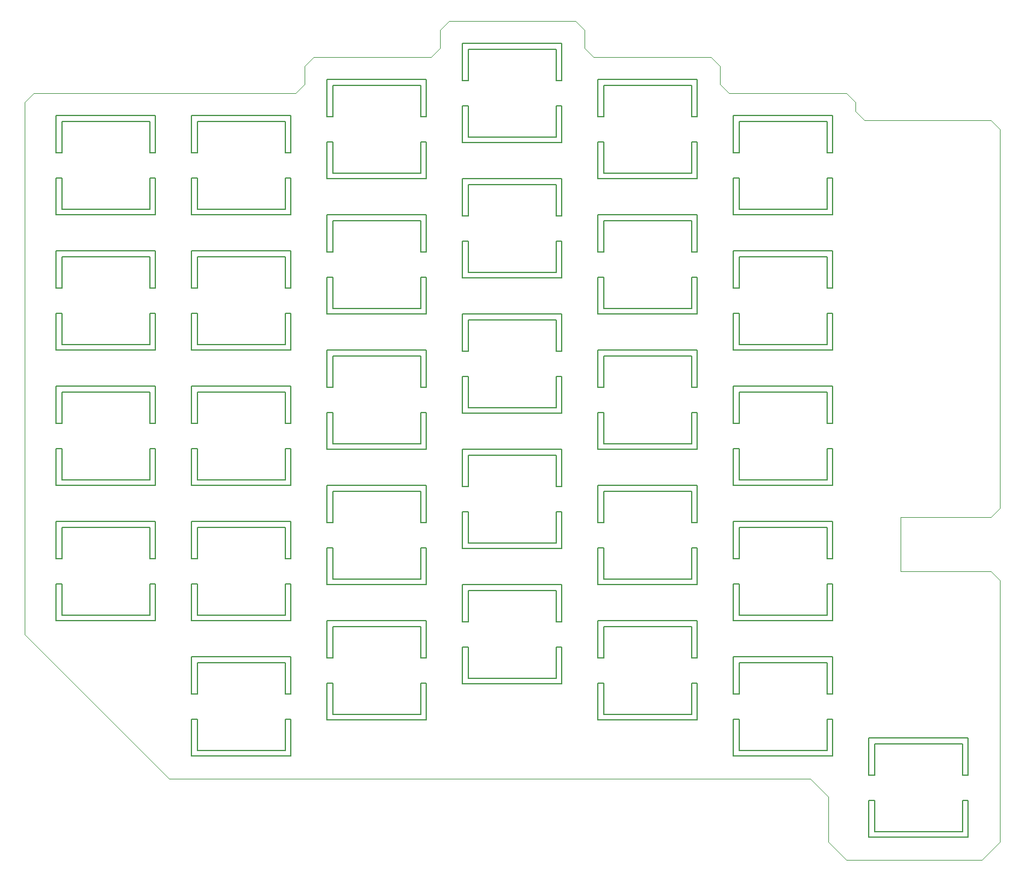
<source format=gbr>
%TF.GenerationSoftware,KiCad,Pcbnew,(5.1.9)-1*%
%TF.CreationDate,2021-03-27T16:34:22+07:00*%
%TF.ProjectId,LetsSplit256,4c657473-5370-46c6-9974-3235362e6b69,rev?*%
%TF.SameCoordinates,Original*%
%TF.FileFunction,Profile,NP*%
%FSLAX46Y46*%
G04 Gerber Fmt 4.6, Leading zero omitted, Abs format (unit mm)*
G04 Created by KiCad (PCBNEW (5.1.9)-1) date 2021-03-27 16:34:22*
%MOMM*%
%LPD*%
G01*
G04 APERTURE LIST*
%TA.AperFunction,Profile*%
%ADD10C,0.050000*%
%TD*%
%TA.AperFunction,Profile*%
%ADD11C,0.150000*%
%TD*%
G04 APERTURE END LIST*
D10*
X24130000Y-111760000D02*
X44450000Y-132080000D01*
X161290000Y-140970000D02*
X161290000Y-130810000D01*
X158750000Y-143510000D02*
X161290000Y-140970000D01*
X139700000Y-143510000D02*
X158750000Y-143510000D01*
X137160000Y-140970000D02*
X139700000Y-143510000D01*
X137160000Y-134620000D02*
X137160000Y-140970000D01*
X134620000Y-132080000D02*
X137160000Y-134620000D01*
X63500000Y-132080000D02*
X134620000Y-132080000D01*
X44450000Y-132080000D02*
X63500000Y-132080000D01*
X139700000Y-35560000D02*
X140970000Y-36830000D01*
X123190000Y-35560000D02*
X139700000Y-35560000D01*
X121920000Y-34290000D02*
X123190000Y-35560000D01*
X121920000Y-31750000D02*
X121920000Y-34290000D01*
X120650000Y-30480000D02*
X121920000Y-31750000D01*
X104140000Y-30480000D02*
X120650000Y-30480000D01*
X102870000Y-29210000D02*
X104140000Y-30480000D01*
X102870000Y-26670000D02*
X102870000Y-29210000D01*
X101600000Y-25400000D02*
X102870000Y-26670000D01*
X83820000Y-25400000D02*
X101600000Y-25400000D01*
X82550000Y-26670000D02*
X83820000Y-25400000D01*
X82550000Y-29210000D02*
X82550000Y-26670000D01*
X81280000Y-30480000D02*
X82550000Y-29210000D01*
X64770000Y-30480000D02*
X81280000Y-30480000D01*
X63500000Y-31750000D02*
X64770000Y-30480000D01*
X63500000Y-34290000D02*
X63500000Y-31750000D01*
X62230000Y-35560000D02*
X63500000Y-34290000D01*
X25400000Y-35560000D02*
X62230000Y-35560000D01*
X25400000Y-35560000D02*
X24130000Y-36830000D01*
X147320000Y-95250000D02*
X147320000Y-102870000D01*
X161290000Y-93980000D02*
X161290000Y-40640000D01*
X161290000Y-104140000D02*
X161290000Y-130810000D01*
X160020000Y-95250000D02*
X161290000Y-93980000D01*
X160020000Y-102870000D02*
X161290000Y-104140000D01*
X156210000Y-102870000D02*
X153670000Y-102870000D01*
X147320000Y-102870000D02*
X160020000Y-102870000D01*
X160020000Y-95250000D02*
X147320000Y-95250000D01*
X140970000Y-38100000D02*
X142240000Y-39370000D01*
X160020000Y-39370000D02*
X161290000Y-40640000D01*
X142240000Y-39370000D02*
X160020000Y-39370000D01*
X140970000Y-36830000D02*
X140970000Y-38100000D01*
D11*
X60810000Y-109070000D02*
X48410000Y-109070000D01*
D10*
X24130000Y-111760000D02*
X24130000Y-36830000D01*
D11*
X124610000Y-109070000D02*
X124610000Y-104670000D01*
X137010000Y-109070000D02*
X124610000Y-109070000D01*
X137810000Y-104870000D02*
X137810000Y-109870000D01*
X137810000Y-109870000D02*
X123810000Y-109870000D01*
X137810000Y-104870000D02*
X137810000Y-104670000D01*
X137810000Y-95870000D02*
X123810000Y-95870000D01*
X137010000Y-104670000D02*
X137010000Y-109070000D01*
X137810000Y-104670000D02*
X137010000Y-104670000D01*
X137010000Y-100870000D02*
X137010000Y-101070000D01*
X123810000Y-100870000D02*
X123810000Y-101070000D01*
X124610000Y-104670000D02*
X123810000Y-104670000D01*
X123810000Y-109870000D02*
X123810000Y-104870000D01*
X137010000Y-101070000D02*
X137810000Y-101070000D01*
X123810000Y-104670000D02*
X123810000Y-104870000D01*
X124610000Y-101070000D02*
X124610000Y-100870000D01*
X123810000Y-95870000D02*
X123810000Y-100870000D01*
X137810000Y-101070000D02*
X137810000Y-100870000D01*
X137010000Y-96670000D02*
X137010000Y-100870000D01*
X123810000Y-101070000D02*
X124610000Y-101070000D01*
X137810000Y-100870000D02*
X137810000Y-95870000D01*
X124610000Y-100870000D02*
X124610000Y-96670000D01*
X124610000Y-96670000D02*
X137010000Y-96670000D01*
X124610000Y-70970000D02*
X124610000Y-66570000D01*
X137010000Y-70970000D02*
X124610000Y-70970000D01*
X137810000Y-66770000D02*
X137810000Y-71770000D01*
X137810000Y-71770000D02*
X123810000Y-71770000D01*
X137810000Y-66770000D02*
X137810000Y-66570000D01*
X137810000Y-57770000D02*
X123810000Y-57770000D01*
X137010000Y-66570000D02*
X137010000Y-70970000D01*
X137810000Y-66570000D02*
X137010000Y-66570000D01*
X137010000Y-62770000D02*
X137010000Y-62970000D01*
X123810000Y-62770000D02*
X123810000Y-62970000D01*
X124610000Y-66570000D02*
X123810000Y-66570000D01*
X123810000Y-71770000D02*
X123810000Y-66770000D01*
X137010000Y-62970000D02*
X137810000Y-62970000D01*
X123810000Y-66570000D02*
X123810000Y-66770000D01*
X124610000Y-62970000D02*
X124610000Y-62770000D01*
X123810000Y-57770000D02*
X123810000Y-62770000D01*
X137810000Y-62970000D02*
X137810000Y-62770000D01*
X137010000Y-58570000D02*
X137010000Y-62770000D01*
X123810000Y-62970000D02*
X124610000Y-62970000D01*
X137810000Y-62770000D02*
X137810000Y-57770000D01*
X124610000Y-62770000D02*
X124610000Y-58570000D01*
X124610000Y-58570000D02*
X137010000Y-58570000D01*
X118760000Y-47640000D02*
X104760000Y-47640000D01*
X105560000Y-38840000D02*
X105560000Y-38640000D01*
X105560000Y-34440000D02*
X117960000Y-34440000D01*
X118760000Y-42640000D02*
X118760000Y-42440000D01*
X118760000Y-42440000D02*
X117960000Y-42440000D01*
X105560000Y-38640000D02*
X105560000Y-34440000D01*
X105560000Y-46840000D02*
X105560000Y-42440000D01*
X117960000Y-34440000D02*
X117960000Y-38640000D01*
X104760000Y-38840000D02*
X105560000Y-38840000D01*
X117960000Y-38640000D02*
X117960000Y-38840000D01*
X117960000Y-42440000D02*
X117960000Y-46840000D01*
X104760000Y-42440000D02*
X104760000Y-42640000D01*
X117960000Y-46840000D02*
X105560000Y-46840000D01*
X117960000Y-38840000D02*
X118760000Y-38840000D01*
X104760000Y-38640000D02*
X104760000Y-38840000D01*
X118760000Y-42640000D02*
X118760000Y-47640000D01*
X104760000Y-33640000D02*
X104760000Y-38640000D01*
X123810000Y-47520000D02*
X123810000Y-47720000D01*
X124610000Y-39520000D02*
X137010000Y-39520000D01*
X137010000Y-51920000D02*
X124610000Y-51920000D01*
X137010000Y-39520000D02*
X137010000Y-43720000D01*
X123810000Y-43920000D02*
X124610000Y-43920000D01*
X123810000Y-43720000D02*
X123810000Y-43920000D01*
X137010000Y-47520000D02*
X137010000Y-51920000D01*
X137010000Y-43720000D02*
X137010000Y-43920000D01*
X137810000Y-47720000D02*
X137810000Y-47520000D01*
X118760000Y-38640000D02*
X118760000Y-33640000D01*
X118760000Y-33640000D02*
X104760000Y-33640000D01*
X105560000Y-42440000D02*
X104760000Y-42440000D01*
X124610000Y-43720000D02*
X124610000Y-39520000D01*
X137810000Y-47720000D02*
X137810000Y-52720000D01*
X137810000Y-47520000D02*
X137010000Y-47520000D01*
X137810000Y-52720000D02*
X123810000Y-52720000D01*
X124610000Y-43920000D02*
X124610000Y-43720000D01*
X137010000Y-43920000D02*
X137810000Y-43920000D01*
X118760000Y-38840000D02*
X118760000Y-38640000D01*
X104760000Y-47640000D02*
X104760000Y-42640000D01*
X124610000Y-51920000D02*
X124610000Y-47520000D01*
X137810000Y-38720000D02*
X123810000Y-38720000D01*
X137810000Y-43920000D02*
X137810000Y-43720000D01*
X123810000Y-52720000D02*
X123810000Y-47720000D01*
X124610000Y-47520000D02*
X123810000Y-47520000D01*
X123810000Y-38720000D02*
X123810000Y-43720000D01*
X137810000Y-43720000D02*
X137810000Y-38720000D01*
X156860000Y-140350000D02*
X142860000Y-140350000D01*
X143660000Y-131550000D02*
X143660000Y-131350000D01*
X143660000Y-127150000D02*
X156060000Y-127150000D01*
X156860000Y-135350000D02*
X156860000Y-135150000D01*
X156860000Y-135150000D02*
X156060000Y-135150000D01*
X143660000Y-131350000D02*
X143660000Y-127150000D01*
X143660000Y-139550000D02*
X143660000Y-135150000D01*
X156060000Y-127150000D02*
X156060000Y-131350000D01*
X142860000Y-131550000D02*
X143660000Y-131550000D01*
X156060000Y-131350000D02*
X156060000Y-131550000D01*
X156060000Y-135150000D02*
X156060000Y-139550000D01*
X142860000Y-135150000D02*
X142860000Y-135350000D01*
X156060000Y-139550000D02*
X143660000Y-139550000D01*
X156060000Y-131550000D02*
X156860000Y-131550000D01*
X142860000Y-131350000D02*
X142860000Y-131550000D01*
X156860000Y-135350000D02*
X156860000Y-140350000D01*
X142860000Y-126350000D02*
X142860000Y-131350000D01*
X47610000Y-123720000D02*
X47610000Y-123920000D01*
X48410000Y-115720000D02*
X60810000Y-115720000D01*
X60810000Y-128120000D02*
X48410000Y-128120000D01*
X60810000Y-115720000D02*
X60810000Y-119920000D01*
X47610000Y-120120000D02*
X48410000Y-120120000D01*
X47610000Y-119920000D02*
X47610000Y-120120000D01*
X60810000Y-123720000D02*
X60810000Y-128120000D01*
X60810000Y-119920000D02*
X60810000Y-120120000D01*
X61610000Y-123920000D02*
X61610000Y-123720000D01*
X156860000Y-131350000D02*
X156860000Y-126350000D01*
X156860000Y-126350000D02*
X142860000Y-126350000D01*
X143660000Y-135150000D02*
X142860000Y-135150000D01*
X48410000Y-119920000D02*
X48410000Y-115720000D01*
X61610000Y-123920000D02*
X61610000Y-128920000D01*
X61610000Y-123720000D02*
X60810000Y-123720000D01*
X61610000Y-128920000D02*
X47610000Y-128920000D01*
X48410000Y-120120000D02*
X48410000Y-119920000D01*
X60810000Y-120120000D02*
X61610000Y-120120000D01*
X156860000Y-131550000D02*
X156860000Y-131350000D01*
X142860000Y-140350000D02*
X142860000Y-135350000D01*
X48410000Y-128120000D02*
X48410000Y-123720000D01*
X61610000Y-114920000D02*
X47610000Y-114920000D01*
X61610000Y-120120000D02*
X61610000Y-119920000D01*
X47610000Y-128920000D02*
X47610000Y-123920000D01*
X48410000Y-123720000D02*
X47610000Y-123720000D01*
X47610000Y-114920000D02*
X47610000Y-119920000D01*
X61610000Y-119920000D02*
X61610000Y-114920000D01*
X80660000Y-123840000D02*
X66660000Y-123840000D01*
X67460000Y-115040000D02*
X67460000Y-114840000D01*
X67460000Y-110640000D02*
X79860000Y-110640000D01*
X80660000Y-118840000D02*
X80660000Y-118640000D01*
X80660000Y-118640000D02*
X79860000Y-118640000D01*
X67460000Y-114840000D02*
X67460000Y-110640000D01*
X67460000Y-123040000D02*
X67460000Y-118640000D01*
X79860000Y-110640000D02*
X79860000Y-114840000D01*
X66660000Y-115040000D02*
X67460000Y-115040000D01*
X79860000Y-114840000D02*
X79860000Y-115040000D01*
X79860000Y-118640000D02*
X79860000Y-123040000D01*
X66660000Y-118640000D02*
X66660000Y-118840000D01*
X79860000Y-123040000D02*
X67460000Y-123040000D01*
X79860000Y-115040000D02*
X80660000Y-115040000D01*
X66660000Y-114840000D02*
X66660000Y-115040000D01*
X80660000Y-118840000D02*
X80660000Y-123840000D01*
X66660000Y-109840000D02*
X66660000Y-114840000D01*
X85710000Y-113560000D02*
X85710000Y-113760000D01*
X86510000Y-105560000D02*
X98910000Y-105560000D01*
X98910000Y-117960000D02*
X86510000Y-117960000D01*
X98910000Y-105560000D02*
X98910000Y-109760000D01*
X85710000Y-109960000D02*
X86510000Y-109960000D01*
X85710000Y-109760000D02*
X85710000Y-109960000D01*
X98910000Y-113560000D02*
X98910000Y-117960000D01*
X98910000Y-109760000D02*
X98910000Y-109960000D01*
X99710000Y-113760000D02*
X99710000Y-113560000D01*
X80660000Y-114840000D02*
X80660000Y-109840000D01*
X80660000Y-109840000D02*
X66660000Y-109840000D01*
X67460000Y-118640000D02*
X66660000Y-118640000D01*
X86510000Y-109760000D02*
X86510000Y-105560000D01*
X99710000Y-113760000D02*
X99710000Y-118760000D01*
X99710000Y-113560000D02*
X98910000Y-113560000D01*
X99710000Y-118760000D02*
X85710000Y-118760000D01*
X86510000Y-109960000D02*
X86510000Y-109760000D01*
X98910000Y-109960000D02*
X99710000Y-109960000D01*
X80660000Y-115040000D02*
X80660000Y-114840000D01*
X66660000Y-123840000D02*
X66660000Y-118840000D01*
X86510000Y-117960000D02*
X86510000Y-113560000D01*
X99710000Y-104760000D02*
X85710000Y-104760000D01*
X99710000Y-109960000D02*
X99710000Y-109760000D01*
X85710000Y-118760000D02*
X85710000Y-113760000D01*
X86510000Y-113560000D02*
X85710000Y-113560000D01*
X85710000Y-104760000D02*
X85710000Y-109760000D01*
X99710000Y-109760000D02*
X99710000Y-104760000D01*
X61610000Y-109870000D02*
X47610000Y-109870000D01*
X61610000Y-104670000D02*
X60810000Y-104670000D01*
X48410000Y-104670000D02*
X47610000Y-104670000D01*
X61610000Y-101070000D02*
X61610000Y-100870000D01*
X47610000Y-100870000D02*
X47610000Y-101070000D01*
X47610000Y-109870000D02*
X47610000Y-104870000D01*
X60810000Y-104670000D02*
X60810000Y-109070000D01*
X48410000Y-96670000D02*
X60810000Y-96670000D01*
X61610000Y-104870000D02*
X61610000Y-104670000D01*
X28560000Y-101070000D02*
X29360000Y-101070000D01*
X28560000Y-104670000D02*
X28560000Y-104870000D01*
X28560000Y-100870000D02*
X28560000Y-101070000D01*
X41760000Y-100870000D02*
X41760000Y-101070000D01*
X42560000Y-101070000D02*
X42560000Y-100870000D01*
X41760000Y-96670000D02*
X41760000Y-100870000D01*
X42560000Y-100870000D02*
X42560000Y-95870000D01*
X29360000Y-101070000D02*
X29360000Y-100870000D01*
X41760000Y-101070000D02*
X42560000Y-101070000D01*
X42560000Y-104670000D02*
X41760000Y-104670000D01*
X29360000Y-109070000D02*
X29360000Y-104670000D01*
X41760000Y-104670000D02*
X41760000Y-109070000D01*
X42560000Y-104870000D02*
X42560000Y-104670000D01*
X29360000Y-96670000D02*
X41760000Y-96670000D01*
X28560000Y-95870000D02*
X28560000Y-100870000D01*
X42560000Y-109870000D02*
X28560000Y-109870000D01*
X42560000Y-104870000D02*
X42560000Y-109870000D01*
X41760000Y-109070000D02*
X29360000Y-109070000D01*
X29360000Y-100870000D02*
X29360000Y-96670000D01*
X42560000Y-95870000D02*
X28560000Y-95870000D01*
X85710000Y-90710000D02*
X85710000Y-90910000D01*
X67460000Y-95990000D02*
X67460000Y-95790000D01*
X60810000Y-96670000D02*
X60810000Y-100870000D01*
X61610000Y-100870000D02*
X61610000Y-95870000D01*
X47610000Y-104670000D02*
X47610000Y-104870000D01*
X61610000Y-95870000D02*
X47610000Y-95870000D01*
X60810000Y-101070000D02*
X61610000Y-101070000D01*
X60810000Y-100870000D02*
X60810000Y-101070000D01*
X47610000Y-101070000D02*
X48410000Y-101070000D01*
X99710000Y-94710000D02*
X99710000Y-99710000D01*
X86510000Y-98910000D02*
X86510000Y-94510000D01*
X48410000Y-101070000D02*
X48410000Y-100870000D01*
X85710000Y-94510000D02*
X85710000Y-94710000D01*
X47610000Y-95870000D02*
X47610000Y-100870000D01*
X105560000Y-103990000D02*
X105560000Y-99590000D01*
X117960000Y-103990000D02*
X105560000Y-103990000D01*
X118760000Y-99790000D02*
X118760000Y-104790000D01*
X118760000Y-104790000D02*
X104760000Y-104790000D01*
X118760000Y-99790000D02*
X118760000Y-99590000D01*
X118760000Y-90790000D02*
X104760000Y-90790000D01*
X117960000Y-99590000D02*
X117960000Y-103990000D01*
X118760000Y-99590000D02*
X117960000Y-99590000D01*
X117960000Y-95790000D02*
X117960000Y-95990000D01*
X104760000Y-95790000D02*
X104760000Y-95990000D01*
X67460000Y-103990000D02*
X67460000Y-99590000D01*
X105560000Y-99590000D02*
X104760000Y-99590000D01*
X104760000Y-104790000D02*
X104760000Y-99790000D01*
X117960000Y-95990000D02*
X118760000Y-95990000D01*
X104760000Y-99590000D02*
X104760000Y-99790000D01*
X67460000Y-95790000D02*
X67460000Y-91590000D01*
X86510000Y-90710000D02*
X86510000Y-86510000D01*
X105560000Y-95990000D02*
X105560000Y-95790000D01*
X85710000Y-90910000D02*
X86510000Y-90910000D01*
X104760000Y-90790000D02*
X104760000Y-95790000D01*
X118760000Y-95990000D02*
X118760000Y-95790000D01*
X117960000Y-91590000D02*
X117960000Y-95790000D01*
X104760000Y-95990000D02*
X105560000Y-95990000D01*
X118760000Y-95790000D02*
X118760000Y-90790000D01*
X105560000Y-95790000D02*
X105560000Y-91590000D01*
X105560000Y-91590000D02*
X117960000Y-91590000D01*
X99710000Y-99710000D02*
X85710000Y-99710000D01*
X86510000Y-86510000D02*
X98910000Y-86510000D01*
X67460000Y-99590000D02*
X66660000Y-99590000D01*
X66660000Y-90790000D02*
X66660000Y-95790000D01*
X99710000Y-94510000D02*
X98910000Y-94510000D01*
X98910000Y-94510000D02*
X98910000Y-98910000D01*
X98910000Y-98910000D02*
X86510000Y-98910000D01*
X66660000Y-95990000D02*
X67460000Y-95990000D01*
X79860000Y-95990000D02*
X80660000Y-95990000D01*
X86510000Y-90910000D02*
X86510000Y-90710000D01*
X98910000Y-90910000D02*
X99710000Y-90910000D01*
X98910000Y-90710000D02*
X98910000Y-90910000D01*
X80660000Y-95990000D02*
X80660000Y-95790000D01*
X67460000Y-91590000D02*
X79860000Y-91590000D01*
X99710000Y-94710000D02*
X99710000Y-94510000D01*
X48410000Y-100870000D02*
X48410000Y-96670000D01*
X79860000Y-99590000D02*
X79860000Y-103990000D01*
X66660000Y-104790000D02*
X66660000Y-99790000D01*
X80660000Y-99590000D02*
X79860000Y-99590000D01*
X80660000Y-104790000D02*
X66660000Y-104790000D01*
X99710000Y-85710000D02*
X85710000Y-85710000D01*
X85710000Y-99710000D02*
X85710000Y-94710000D01*
X48410000Y-109070000D02*
X48410000Y-104670000D01*
X86510000Y-94510000D02*
X85710000Y-94510000D01*
X99710000Y-90910000D02*
X99710000Y-90710000D01*
X66660000Y-99590000D02*
X66660000Y-99790000D01*
X80660000Y-90790000D02*
X66660000Y-90790000D01*
X61610000Y-104870000D02*
X61610000Y-109870000D01*
X98910000Y-86510000D02*
X98910000Y-90710000D01*
X85710000Y-85710000D02*
X85710000Y-90710000D01*
X66660000Y-95790000D02*
X66660000Y-95990000D01*
X99710000Y-90710000D02*
X99710000Y-85710000D01*
X80660000Y-95790000D02*
X80660000Y-90790000D01*
X79860000Y-91590000D02*
X79860000Y-95790000D01*
X79860000Y-95790000D02*
X79860000Y-95990000D01*
X80660000Y-99790000D02*
X80660000Y-99590000D01*
X80660000Y-99790000D02*
X80660000Y-104790000D01*
X79860000Y-103990000D02*
X67460000Y-103990000D01*
X28560000Y-109870000D02*
X28560000Y-104870000D01*
X29360000Y-104670000D02*
X28560000Y-104670000D01*
X80660000Y-85740000D02*
X66660000Y-85740000D01*
X79860000Y-84940000D02*
X67460000Y-84940000D01*
X80660000Y-80540000D02*
X79860000Y-80540000D01*
X67460000Y-80540000D02*
X66660000Y-80540000D01*
X80660000Y-76940000D02*
X80660000Y-76740000D01*
X66660000Y-76740000D02*
X66660000Y-76940000D01*
X66660000Y-85740000D02*
X66660000Y-80740000D01*
X79860000Y-80540000D02*
X79860000Y-84940000D01*
X67460000Y-72540000D02*
X79860000Y-72540000D01*
X80660000Y-80740000D02*
X80660000Y-80540000D01*
X47610000Y-82020000D02*
X48410000Y-82020000D01*
X47610000Y-85620000D02*
X47610000Y-85820000D01*
X47610000Y-81820000D02*
X47610000Y-82020000D01*
X60810000Y-81820000D02*
X60810000Y-82020000D01*
X61610000Y-82020000D02*
X61610000Y-81820000D01*
X60810000Y-77620000D02*
X60810000Y-81820000D01*
X61610000Y-81820000D02*
X61610000Y-76820000D01*
X48410000Y-82020000D02*
X48410000Y-81820000D01*
X60810000Y-82020000D02*
X61610000Y-82020000D01*
X61610000Y-85620000D02*
X60810000Y-85620000D01*
X48410000Y-90020000D02*
X48410000Y-85620000D01*
X60810000Y-85620000D02*
X60810000Y-90020000D01*
X61610000Y-85820000D02*
X61610000Y-85620000D01*
X48410000Y-77620000D02*
X60810000Y-77620000D01*
X47610000Y-76820000D02*
X47610000Y-81820000D01*
X61610000Y-90820000D02*
X47610000Y-90820000D01*
X61610000Y-85820000D02*
X61610000Y-90820000D01*
X60810000Y-90020000D02*
X48410000Y-90020000D01*
X48410000Y-81820000D02*
X48410000Y-77620000D01*
X61610000Y-76820000D02*
X47610000Y-76820000D01*
X104760000Y-76740000D02*
X104760000Y-76940000D01*
X86510000Y-71860000D02*
X86510000Y-71660000D01*
X79860000Y-72540000D02*
X79860000Y-76740000D01*
X80660000Y-76740000D02*
X80660000Y-71740000D01*
X66660000Y-80540000D02*
X66660000Y-80740000D01*
X80660000Y-71740000D02*
X66660000Y-71740000D01*
X79860000Y-76940000D02*
X80660000Y-76940000D01*
X79860000Y-76740000D02*
X79860000Y-76940000D01*
X66660000Y-76940000D02*
X67460000Y-76940000D01*
X118760000Y-80740000D02*
X118760000Y-85740000D01*
X105560000Y-84940000D02*
X105560000Y-80540000D01*
X67460000Y-76940000D02*
X67460000Y-76740000D01*
X104760000Y-80540000D02*
X104760000Y-80740000D01*
X66660000Y-71740000D02*
X66660000Y-76740000D01*
X124610000Y-90020000D02*
X124610000Y-85620000D01*
X137010000Y-90020000D02*
X124610000Y-90020000D01*
X137810000Y-85820000D02*
X137810000Y-90820000D01*
X137810000Y-90820000D02*
X123810000Y-90820000D01*
X137810000Y-85820000D02*
X137810000Y-85620000D01*
X137810000Y-76820000D02*
X123810000Y-76820000D01*
X137010000Y-85620000D02*
X137010000Y-90020000D01*
X137810000Y-85620000D02*
X137010000Y-85620000D01*
X137010000Y-81820000D02*
X137010000Y-82020000D01*
X123810000Y-81820000D02*
X123810000Y-82020000D01*
X86510000Y-79860000D02*
X86510000Y-75460000D01*
X124610000Y-85620000D02*
X123810000Y-85620000D01*
X123810000Y-90820000D02*
X123810000Y-85820000D01*
X137010000Y-82020000D02*
X137810000Y-82020000D01*
X123810000Y-85620000D02*
X123810000Y-85820000D01*
X86510000Y-71660000D02*
X86510000Y-67460000D01*
X105560000Y-76740000D02*
X105560000Y-72540000D01*
X124610000Y-82020000D02*
X124610000Y-81820000D01*
X104760000Y-76940000D02*
X105560000Y-76940000D01*
X123810000Y-76820000D02*
X123810000Y-81820000D01*
X137810000Y-82020000D02*
X137810000Y-81820000D01*
X137010000Y-77620000D02*
X137010000Y-81820000D01*
X123810000Y-82020000D02*
X124610000Y-82020000D01*
X137810000Y-81820000D02*
X137810000Y-76820000D01*
X124610000Y-81820000D02*
X124610000Y-77620000D01*
X124610000Y-77620000D02*
X137010000Y-77620000D01*
X118760000Y-85740000D02*
X104760000Y-85740000D01*
X105560000Y-72540000D02*
X117960000Y-72540000D01*
X86510000Y-75460000D02*
X85710000Y-75460000D01*
X85710000Y-66660000D02*
X85710000Y-71660000D01*
X118760000Y-80540000D02*
X117960000Y-80540000D01*
X117960000Y-80540000D02*
X117960000Y-84940000D01*
X117960000Y-84940000D02*
X105560000Y-84940000D01*
X85710000Y-71860000D02*
X86510000Y-71860000D01*
X98910000Y-71860000D02*
X99710000Y-71860000D01*
X105560000Y-76940000D02*
X105560000Y-76740000D01*
X117960000Y-76940000D02*
X118760000Y-76940000D01*
X117960000Y-76740000D02*
X117960000Y-76940000D01*
X99710000Y-71860000D02*
X99710000Y-71660000D01*
X86510000Y-67460000D02*
X98910000Y-67460000D01*
X118760000Y-80740000D02*
X118760000Y-80540000D01*
X67460000Y-76740000D02*
X67460000Y-72540000D01*
X98910000Y-75460000D02*
X98910000Y-79860000D01*
X85710000Y-80660000D02*
X85710000Y-75660000D01*
X99710000Y-75460000D02*
X98910000Y-75460000D01*
X99710000Y-80660000D02*
X85710000Y-80660000D01*
X118760000Y-71740000D02*
X104760000Y-71740000D01*
X104760000Y-85740000D02*
X104760000Y-80740000D01*
X67460000Y-84940000D02*
X67460000Y-80540000D01*
X105560000Y-80540000D02*
X104760000Y-80540000D01*
X118760000Y-76940000D02*
X118760000Y-76740000D01*
X85710000Y-75460000D02*
X85710000Y-75660000D01*
X99710000Y-66660000D02*
X85710000Y-66660000D01*
X80660000Y-80740000D02*
X80660000Y-85740000D01*
X117960000Y-72540000D02*
X117960000Y-76740000D01*
X104760000Y-71740000D02*
X104760000Y-76740000D01*
X85710000Y-71660000D02*
X85710000Y-71860000D01*
X118760000Y-76740000D02*
X118760000Y-71740000D01*
X99710000Y-71660000D02*
X99710000Y-66660000D01*
X98910000Y-67460000D02*
X98910000Y-71660000D01*
X98910000Y-71660000D02*
X98910000Y-71860000D01*
X99710000Y-75660000D02*
X99710000Y-75460000D01*
X99710000Y-75660000D02*
X99710000Y-80660000D01*
X98910000Y-79860000D02*
X86510000Y-79860000D01*
X47610000Y-90820000D02*
X47610000Y-85820000D01*
X48410000Y-85620000D02*
X47610000Y-85620000D01*
X117960000Y-57890000D02*
X118760000Y-57890000D01*
X118760000Y-61690000D02*
X118760000Y-61490000D01*
X104760000Y-52690000D02*
X104760000Y-57690000D01*
X117960000Y-61490000D02*
X117960000Y-65890000D01*
X117960000Y-53490000D02*
X117960000Y-57690000D01*
X118760000Y-61490000D02*
X117960000Y-61490000D01*
X105560000Y-61490000D02*
X104760000Y-61490000D01*
X117960000Y-65890000D02*
X105560000Y-65890000D01*
X105560000Y-57690000D02*
X105560000Y-53490000D01*
X104760000Y-66690000D02*
X104760000Y-61690000D01*
X105560000Y-53490000D02*
X117960000Y-53490000D01*
X117960000Y-57690000D02*
X117960000Y-57890000D01*
X104760000Y-57890000D02*
X105560000Y-57890000D01*
X118760000Y-52690000D02*
X104760000Y-52690000D01*
X118760000Y-61690000D02*
X118760000Y-66690000D01*
X105560000Y-65890000D02*
X105560000Y-61490000D01*
X118760000Y-66690000D02*
X104760000Y-66690000D01*
X104760000Y-61490000D02*
X104760000Y-61690000D01*
X118760000Y-57690000D02*
X118760000Y-52690000D01*
X104760000Y-57690000D02*
X104760000Y-57890000D01*
X105560000Y-57890000D02*
X105560000Y-57690000D01*
X118760000Y-57890000D02*
X118760000Y-57690000D01*
X86510000Y-52610000D02*
X86510000Y-48410000D01*
X67460000Y-65890000D02*
X67460000Y-61490000D01*
X85710000Y-52810000D02*
X86510000Y-52810000D01*
X67460000Y-57690000D02*
X67460000Y-53490000D01*
X99710000Y-61610000D02*
X85710000Y-61610000D01*
X86510000Y-48410000D02*
X98910000Y-48410000D01*
X67460000Y-61490000D02*
X66660000Y-61490000D01*
X98910000Y-56410000D02*
X98910000Y-60810000D01*
X98910000Y-60810000D02*
X86510000Y-60810000D01*
X86510000Y-52810000D02*
X86510000Y-52610000D01*
X80660000Y-57890000D02*
X80660000Y-57690000D01*
X98910000Y-52610000D02*
X98910000Y-52810000D01*
X79860000Y-57890000D02*
X80660000Y-57890000D01*
X98910000Y-52810000D02*
X99710000Y-52810000D01*
X66660000Y-52690000D02*
X66660000Y-57690000D01*
X99710000Y-56610000D02*
X99710000Y-56410000D01*
X66660000Y-57890000D02*
X67460000Y-57890000D01*
X99710000Y-56410000D02*
X98910000Y-56410000D01*
X67460000Y-53490000D02*
X79860000Y-53490000D01*
X98910000Y-48410000D02*
X98910000Y-52610000D01*
X85710000Y-47610000D02*
X85710000Y-52610000D01*
X79860000Y-65890000D02*
X67460000Y-65890000D01*
X66660000Y-57690000D02*
X66660000Y-57890000D01*
X99710000Y-52610000D02*
X99710000Y-47610000D01*
X48410000Y-62770000D02*
X48410000Y-58570000D01*
X99710000Y-52810000D02*
X99710000Y-52610000D01*
X99710000Y-47610000D02*
X85710000Y-47610000D01*
X85710000Y-61610000D02*
X85710000Y-56610000D01*
X79860000Y-61490000D02*
X79860000Y-65890000D01*
X80660000Y-57690000D02*
X80660000Y-52690000D01*
X79860000Y-53490000D02*
X79860000Y-57690000D01*
X80660000Y-61490000D02*
X79860000Y-61490000D01*
X80660000Y-52690000D02*
X66660000Y-52690000D01*
X66660000Y-66690000D02*
X66660000Y-61690000D01*
X48410000Y-70970000D02*
X48410000Y-66570000D01*
X86510000Y-56410000D02*
X85710000Y-56410000D01*
X80660000Y-66690000D02*
X66660000Y-66690000D01*
X80660000Y-61690000D02*
X80660000Y-61490000D01*
X80660000Y-61690000D02*
X80660000Y-66690000D01*
X79860000Y-57690000D02*
X79860000Y-57890000D01*
X61610000Y-66770000D02*
X61610000Y-71770000D01*
X66660000Y-61490000D02*
X66660000Y-61690000D01*
X85710000Y-52610000D02*
X85710000Y-52810000D01*
X67460000Y-57890000D02*
X67460000Y-57690000D01*
X99710000Y-56610000D02*
X99710000Y-61610000D01*
X86510000Y-60810000D02*
X86510000Y-56410000D01*
X85710000Y-56410000D02*
X85710000Y-56610000D01*
X60810000Y-62770000D02*
X60810000Y-62970000D01*
X60810000Y-58570000D02*
X60810000Y-62770000D01*
X47610000Y-57770000D02*
X47610000Y-62770000D01*
X61610000Y-57770000D02*
X47610000Y-57770000D01*
X47610000Y-66570000D02*
X47610000Y-66770000D01*
X48410000Y-62970000D02*
X48410000Y-62770000D01*
X60810000Y-62970000D02*
X61610000Y-62970000D01*
X61610000Y-62770000D02*
X61610000Y-57770000D01*
X47610000Y-62970000D02*
X48410000Y-62970000D01*
X61610000Y-71770000D02*
X47610000Y-71770000D01*
X60810000Y-70970000D02*
X48410000Y-70970000D01*
X61610000Y-66570000D02*
X60810000Y-66570000D01*
X48410000Y-66570000D02*
X47610000Y-66570000D01*
X61610000Y-62970000D02*
X61610000Y-62770000D01*
X47610000Y-62770000D02*
X47610000Y-62970000D01*
X47610000Y-71770000D02*
X47610000Y-66770000D01*
X60810000Y-66570000D02*
X60810000Y-70970000D01*
X48410000Y-58570000D02*
X60810000Y-58570000D01*
X61610000Y-66770000D02*
X61610000Y-66570000D01*
X99710000Y-37560000D02*
X99710000Y-42560000D01*
X86510000Y-41760000D02*
X86510000Y-37360000D01*
X86510000Y-33560000D02*
X86510000Y-29360000D01*
X85710000Y-33760000D02*
X86510000Y-33760000D01*
X99710000Y-42560000D02*
X85710000Y-42560000D01*
X85710000Y-37360000D02*
X85710000Y-37560000D01*
X85710000Y-33560000D02*
X85710000Y-33760000D01*
X98910000Y-37360000D02*
X98910000Y-41760000D01*
X86510000Y-33760000D02*
X86510000Y-33560000D01*
X86510000Y-29360000D02*
X98910000Y-29360000D01*
X98910000Y-33560000D02*
X98910000Y-33760000D01*
X98910000Y-33760000D02*
X99710000Y-33760000D01*
X98910000Y-41760000D02*
X86510000Y-41760000D01*
X99710000Y-37560000D02*
X99710000Y-37360000D01*
X98910000Y-29360000D02*
X98910000Y-33560000D01*
X99710000Y-37360000D02*
X98910000Y-37360000D01*
X85710000Y-28560000D02*
X85710000Y-33560000D01*
X99710000Y-33560000D02*
X99710000Y-28560000D01*
X99710000Y-33760000D02*
X99710000Y-33560000D01*
X99710000Y-28560000D02*
X85710000Y-28560000D01*
X85710000Y-42560000D02*
X85710000Y-37560000D01*
X86510000Y-37360000D02*
X85710000Y-37360000D01*
X42560000Y-85820000D02*
X42560000Y-90820000D01*
X29360000Y-90020000D02*
X29360000Y-85620000D01*
X29360000Y-81820000D02*
X29360000Y-77620000D01*
X28560000Y-82020000D02*
X29360000Y-82020000D01*
X42560000Y-90820000D02*
X28560000Y-90820000D01*
X28560000Y-85620000D02*
X28560000Y-85820000D01*
X28560000Y-81820000D02*
X28560000Y-82020000D01*
X41760000Y-85620000D02*
X41760000Y-90020000D01*
X29360000Y-82020000D02*
X29360000Y-81820000D01*
X29360000Y-77620000D02*
X41760000Y-77620000D01*
X41760000Y-81820000D02*
X41760000Y-82020000D01*
X41760000Y-82020000D02*
X42560000Y-82020000D01*
X41760000Y-90020000D02*
X29360000Y-90020000D01*
X42560000Y-85820000D02*
X42560000Y-85620000D01*
X41760000Y-77620000D02*
X41760000Y-81820000D01*
X42560000Y-85620000D02*
X41760000Y-85620000D01*
X28560000Y-76820000D02*
X28560000Y-81820000D01*
X42560000Y-81820000D02*
X42560000Y-76820000D01*
X42560000Y-82020000D02*
X42560000Y-81820000D01*
X42560000Y-76820000D02*
X28560000Y-76820000D01*
X28560000Y-90820000D02*
X28560000Y-85820000D01*
X29360000Y-85620000D02*
X28560000Y-85620000D01*
X42560000Y-66770000D02*
X42560000Y-71770000D01*
X29360000Y-70970000D02*
X29360000Y-66570000D01*
X29360000Y-62770000D02*
X29360000Y-58570000D01*
X28560000Y-62970000D02*
X29360000Y-62970000D01*
X42560000Y-71770000D02*
X28560000Y-71770000D01*
X28560000Y-66570000D02*
X28560000Y-66770000D01*
X28560000Y-62770000D02*
X28560000Y-62970000D01*
X41760000Y-66570000D02*
X41760000Y-70970000D01*
X29360000Y-62970000D02*
X29360000Y-62770000D01*
X29360000Y-58570000D02*
X41760000Y-58570000D01*
X41760000Y-62770000D02*
X41760000Y-62970000D01*
X41760000Y-62970000D02*
X42560000Y-62970000D01*
X41760000Y-70970000D02*
X29360000Y-70970000D01*
X42560000Y-66770000D02*
X42560000Y-66570000D01*
X41760000Y-58570000D02*
X41760000Y-62770000D01*
X42560000Y-66570000D02*
X41760000Y-66570000D01*
X28560000Y-57770000D02*
X28560000Y-62770000D01*
X42560000Y-62770000D02*
X42560000Y-57770000D01*
X42560000Y-62970000D02*
X42560000Y-62770000D01*
X42560000Y-57770000D02*
X28560000Y-57770000D01*
X28560000Y-71770000D02*
X28560000Y-66770000D01*
X29360000Y-66570000D02*
X28560000Y-66570000D01*
X80660000Y-42640000D02*
X80660000Y-47640000D01*
X67460000Y-46840000D02*
X67460000Y-42440000D01*
X67460000Y-38640000D02*
X67460000Y-34440000D01*
X66660000Y-38840000D02*
X67460000Y-38840000D01*
X80660000Y-47640000D02*
X66660000Y-47640000D01*
X66660000Y-42440000D02*
X66660000Y-42640000D01*
X66660000Y-38640000D02*
X66660000Y-38840000D01*
X79860000Y-42440000D02*
X79860000Y-46840000D01*
X67460000Y-38840000D02*
X67460000Y-38640000D01*
X67460000Y-34440000D02*
X79860000Y-34440000D01*
X79860000Y-38640000D02*
X79860000Y-38840000D01*
X79860000Y-38840000D02*
X80660000Y-38840000D01*
X79860000Y-46840000D02*
X67460000Y-46840000D01*
X80660000Y-42640000D02*
X80660000Y-42440000D01*
X79860000Y-34440000D02*
X79860000Y-38640000D01*
X80660000Y-42440000D02*
X79860000Y-42440000D01*
X66660000Y-33640000D02*
X66660000Y-38640000D01*
X80660000Y-38640000D02*
X80660000Y-33640000D01*
X80660000Y-38840000D02*
X80660000Y-38640000D01*
X80660000Y-33640000D02*
X66660000Y-33640000D01*
X66660000Y-47640000D02*
X66660000Y-42640000D01*
X67460000Y-42440000D02*
X66660000Y-42440000D01*
X61610000Y-47720000D02*
X61610000Y-52720000D01*
X48410000Y-51920000D02*
X48410000Y-47520000D01*
X48410000Y-43720000D02*
X48410000Y-39520000D01*
X47610000Y-43920000D02*
X48410000Y-43920000D01*
X61610000Y-52720000D02*
X47610000Y-52720000D01*
X47610000Y-47520000D02*
X47610000Y-47720000D01*
X47610000Y-43720000D02*
X47610000Y-43920000D01*
X60810000Y-47520000D02*
X60810000Y-51920000D01*
X48410000Y-43920000D02*
X48410000Y-43720000D01*
X48410000Y-39520000D02*
X60810000Y-39520000D01*
X60810000Y-43720000D02*
X60810000Y-43920000D01*
X60810000Y-43920000D02*
X61610000Y-43920000D01*
X60810000Y-51920000D02*
X48410000Y-51920000D01*
X61610000Y-47720000D02*
X61610000Y-47520000D01*
X60810000Y-39520000D02*
X60810000Y-43720000D01*
X61610000Y-47520000D02*
X60810000Y-47520000D01*
X47610000Y-38720000D02*
X47610000Y-43720000D01*
X61610000Y-43720000D02*
X61610000Y-38720000D01*
X61610000Y-43920000D02*
X61610000Y-43720000D01*
X61610000Y-38720000D02*
X47610000Y-38720000D01*
X47610000Y-52720000D02*
X47610000Y-47720000D01*
X48410000Y-47520000D02*
X47610000Y-47520000D01*
X42560000Y-47720000D02*
X42560000Y-52720000D01*
X29360000Y-51920000D02*
X29360000Y-47520000D01*
X29360000Y-43720000D02*
X29360000Y-39520000D01*
X28560000Y-43920000D02*
X29360000Y-43920000D01*
X42560000Y-52720000D02*
X28560000Y-52720000D01*
X28560000Y-47520000D02*
X28560000Y-47720000D01*
X28560000Y-43720000D02*
X28560000Y-43920000D01*
X41760000Y-47520000D02*
X41760000Y-51920000D01*
X29360000Y-43920000D02*
X29360000Y-43720000D01*
X29360000Y-39520000D02*
X41760000Y-39520000D01*
X41760000Y-43720000D02*
X41760000Y-43920000D01*
X41760000Y-43920000D02*
X42560000Y-43920000D01*
X41760000Y-51920000D02*
X29360000Y-51920000D01*
X42560000Y-47720000D02*
X42560000Y-47520000D01*
X41760000Y-39520000D02*
X41760000Y-43720000D01*
X42560000Y-47520000D02*
X41760000Y-47520000D01*
X28560000Y-38720000D02*
X28560000Y-43720000D01*
X42560000Y-43720000D02*
X42560000Y-38720000D01*
X42560000Y-43920000D02*
X42560000Y-43720000D01*
X42560000Y-38720000D02*
X28560000Y-38720000D01*
X28560000Y-52720000D02*
X28560000Y-47720000D01*
X29360000Y-47520000D02*
X28560000Y-47520000D01*
X118760000Y-118840000D02*
X118760000Y-123840000D01*
X105560000Y-123040000D02*
X105560000Y-118640000D01*
X105560000Y-114840000D02*
X105560000Y-110640000D01*
X104760000Y-115040000D02*
X105560000Y-115040000D01*
X118760000Y-123840000D02*
X104760000Y-123840000D01*
X104760000Y-118640000D02*
X104760000Y-118840000D01*
X104760000Y-114840000D02*
X104760000Y-115040000D01*
X117960000Y-118640000D02*
X117960000Y-123040000D01*
X105560000Y-115040000D02*
X105560000Y-114840000D01*
X105560000Y-110640000D02*
X117960000Y-110640000D01*
X117960000Y-114840000D02*
X117960000Y-115040000D01*
X117960000Y-115040000D02*
X118760000Y-115040000D01*
X117960000Y-123040000D02*
X105560000Y-123040000D01*
X118760000Y-118840000D02*
X118760000Y-118640000D01*
X117960000Y-110640000D02*
X117960000Y-114840000D01*
X118760000Y-118640000D02*
X117960000Y-118640000D01*
X104760000Y-109840000D02*
X104760000Y-114840000D01*
X118760000Y-114840000D02*
X118760000Y-109840000D01*
X118760000Y-115040000D02*
X118760000Y-114840000D01*
X118760000Y-109840000D02*
X104760000Y-109840000D01*
X104760000Y-123840000D02*
X104760000Y-118840000D01*
X105560000Y-118640000D02*
X104760000Y-118640000D01*
X137810000Y-123920000D02*
X137810000Y-128920000D01*
X124610000Y-128120000D02*
X124610000Y-123720000D01*
X124610000Y-119920000D02*
X124610000Y-115720000D01*
X123810000Y-120120000D02*
X124610000Y-120120000D01*
X137810000Y-128920000D02*
X123810000Y-128920000D01*
X123810000Y-123720000D02*
X123810000Y-123920000D01*
X123810000Y-119920000D02*
X123810000Y-120120000D01*
X137010000Y-123720000D02*
X137010000Y-128120000D01*
X124610000Y-120120000D02*
X124610000Y-119920000D01*
X124610000Y-115720000D02*
X137010000Y-115720000D01*
X137010000Y-119920000D02*
X137010000Y-120120000D01*
X137010000Y-120120000D02*
X137810000Y-120120000D01*
X137010000Y-128120000D02*
X124610000Y-128120000D01*
X137810000Y-123920000D02*
X137810000Y-123720000D01*
X137010000Y-115720000D02*
X137010000Y-119920000D01*
X137810000Y-123720000D02*
X137010000Y-123720000D01*
X123810000Y-114920000D02*
X123810000Y-119920000D01*
X137810000Y-119920000D02*
X137810000Y-114920000D01*
X137810000Y-120120000D02*
X137810000Y-119920000D01*
X137810000Y-114920000D02*
X123810000Y-114920000D01*
X123810000Y-128920000D02*
X123810000Y-123920000D01*
X124610000Y-123720000D02*
X123810000Y-123720000D01*
M02*

</source>
